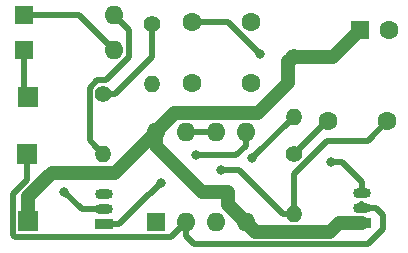
<source format=gbr>
G04 #@! TF.GenerationSoftware,KiCad,Pcbnew,(5.1.9)-1*
G04 #@! TF.CreationDate,2021-05-04T15:06:35+02:00*
G04 #@! TF.ProjectId,ZX81 Composite,5a583831-2043-46f6-9d70-6f736974652e,rev?*
G04 #@! TF.SameCoordinates,Original*
G04 #@! TF.FileFunction,Copper,L1,Top*
G04 #@! TF.FilePolarity,Positive*
%FSLAX46Y46*%
G04 Gerber Fmt 4.6, Leading zero omitted, Abs format (unit mm)*
G04 Created by KiCad (PCBNEW (5.1.9)-1) date 2021-05-04 15:06:35*
%MOMM*%
%LPD*%
G01*
G04 APERTURE LIST*
G04 #@! TA.AperFunction,ComponentPad*
%ADD10O,1.500000X0.900000*%
G04 #@! TD*
G04 #@! TA.AperFunction,ComponentPad*
%ADD11R,1.500000X0.900000*%
G04 #@! TD*
G04 #@! TA.AperFunction,ComponentPad*
%ADD12O,1.600000X1.600000*%
G04 #@! TD*
G04 #@! TA.AperFunction,ComponentPad*
%ADD13R,1.600000X1.600000*%
G04 #@! TD*
G04 #@! TA.AperFunction,ComponentPad*
%ADD14R,1.700000X1.700000*%
G04 #@! TD*
G04 #@! TA.AperFunction,ComponentPad*
%ADD15C,1.600000*%
G04 #@! TD*
G04 #@! TA.AperFunction,ComponentPad*
%ADD16C,1.400000*%
G04 #@! TD*
G04 #@! TA.AperFunction,ComponentPad*
%ADD17O,1.400000X1.400000*%
G04 #@! TD*
G04 #@! TA.AperFunction,ViaPad*
%ADD18C,0.800000*%
G04 #@! TD*
G04 #@! TA.AperFunction,Conductor*
%ADD19C,0.500000*%
G04 #@! TD*
G04 #@! TA.AperFunction,Conductor*
%ADD20C,1.200000*%
G04 #@! TD*
G04 APERTURE END LIST*
D10*
X63220600Y-61290200D03*
X63220600Y-60020200D03*
D11*
X63220600Y-62560200D03*
D12*
X64058800Y-44907200D03*
D13*
X56438800Y-44907200D03*
X56438800Y-47853600D03*
D12*
X64058800Y-47853600D03*
D14*
X56769000Y-62280800D03*
X56692800Y-56667400D03*
X56769000Y-51816000D03*
D11*
X85013800Y-62509400D03*
D10*
X85013800Y-59969400D03*
X85013800Y-61239400D03*
D15*
X87361400Y-46126400D03*
D13*
X84861400Y-46126400D03*
D15*
X75637400Y-45440600D03*
X70637400Y-45440600D03*
X82194400Y-53873400D03*
X87194400Y-53873400D03*
D16*
X79248000Y-48437800D03*
D17*
X79248000Y-53517800D03*
X79324200Y-61696600D03*
D16*
X79324200Y-56616600D03*
X67233800Y-45618400D03*
D17*
X67233800Y-50698400D03*
X63144400Y-56642000D03*
D16*
X63144400Y-51562000D03*
D15*
X75688200Y-50622200D03*
X70688200Y-50622200D03*
D12*
X67564000Y-54787800D03*
X75184000Y-62407800D03*
X70104000Y-54787800D03*
X72644000Y-62407800D03*
X72644000Y-54787800D03*
X70104000Y-62407800D03*
X75184000Y-54787800D03*
D13*
X67564000Y-62407800D03*
D18*
X82397600Y-57327800D03*
X70993000Y-56743600D03*
X75768200Y-56997600D03*
X76428600Y-48133000D03*
X73075800Y-57962800D03*
X59842400Y-59817000D03*
X67995800Y-59131200D03*
D19*
X61994399Y-55491999D02*
X62444401Y-55942001D01*
X61994399Y-51009999D02*
X61994399Y-55491999D01*
X62592399Y-50411999D02*
X61994399Y-51009999D01*
X62444401Y-55942001D02*
X63144400Y-56642000D01*
X63350403Y-50411999D02*
X62592399Y-50411999D01*
X65308801Y-48453601D02*
X63350403Y-50411999D01*
X65308801Y-46157201D02*
X65308801Y-48453601D01*
X64058800Y-44907200D02*
X65308801Y-46157201D01*
X61112400Y-44907200D02*
X64058800Y-47853600D01*
X56438800Y-44907200D02*
X61112400Y-44907200D01*
X56438800Y-51485800D02*
X56769000Y-51816000D01*
X56438800Y-47853600D02*
X56438800Y-51485800D01*
D20*
X56769000Y-60230800D02*
X58783000Y-58216800D01*
X56769000Y-62280800D02*
X56769000Y-60230800D01*
X64135000Y-58216800D02*
X67564000Y-54787800D01*
X58783000Y-58216800D02*
X64135000Y-58216800D01*
X69164001Y-53187799D02*
X76225201Y-53187799D01*
X67564000Y-54787800D02*
X69164001Y-53187799D01*
X76225201Y-53187799D02*
X78765400Y-50647600D01*
X78765400Y-50647600D02*
X78765400Y-48723800D01*
X83063800Y-62509400D02*
X85013800Y-62509400D01*
X82365401Y-63207799D02*
X83063800Y-62509400D01*
X75983999Y-63207799D02*
X82365401Y-63207799D01*
X75184000Y-62407800D02*
X75983999Y-63207799D01*
X73710800Y-60934600D02*
X75184000Y-62407800D01*
X73710800Y-59893200D02*
X73710800Y-60934600D01*
X71538030Y-59893200D02*
X73710800Y-59893200D01*
X67564000Y-54787800D02*
X67564000Y-55919170D01*
X67564000Y-55919170D02*
X71538030Y-59893200D01*
X82550000Y-48437800D02*
X84861400Y-46126400D01*
X79248000Y-48437800D02*
X82550000Y-48437800D01*
D19*
X69304001Y-63207799D02*
X70104000Y-62407800D01*
X68853999Y-63657801D02*
X69304001Y-63207799D01*
X55635999Y-63657801D02*
X68853999Y-63657801D01*
X55468999Y-63490801D02*
X55635999Y-63657801D01*
X55468999Y-60045863D02*
X55468999Y-63490801D01*
X56692800Y-58822062D02*
X55468999Y-60045863D01*
X56692800Y-56667400D02*
X56692800Y-58822062D01*
X85013800Y-61239400D02*
X85013800Y-60909200D01*
X85013800Y-60909200D02*
X84974010Y-60869410D01*
X70822639Y-64257809D02*
X85551391Y-64257809D01*
X70104000Y-62407800D02*
X70104000Y-63539170D01*
X70104000Y-63539170D02*
X70822639Y-64257809D01*
X85551391Y-64257809D02*
X86842600Y-62966600D01*
X86263800Y-61239400D02*
X85013800Y-61239400D01*
X86842600Y-61818200D02*
X86263800Y-61239400D01*
X86842600Y-62966600D02*
X86842600Y-61818200D01*
X67233800Y-46608349D02*
X67233800Y-45618400D01*
X67233800Y-48462549D02*
X67233800Y-46608349D01*
X64134349Y-51562000D02*
X67233800Y-48462549D01*
X63144400Y-51562000D02*
X64134349Y-51562000D01*
X85013800Y-59019400D02*
X83677800Y-57683400D01*
X85013800Y-59969400D02*
X85013800Y-59019400D01*
X83677800Y-57683400D02*
X83322200Y-57327800D01*
X83322200Y-57327800D02*
X82397600Y-57327800D01*
X75184000Y-55919170D02*
X74410370Y-56692800D01*
X75184000Y-54787800D02*
X75184000Y-55919170D01*
X74410370Y-56692800D02*
X71043800Y-56692800D01*
X71043800Y-56692800D02*
X70993000Y-56743600D01*
X70104000Y-54787800D02*
X72644000Y-54787800D01*
X79248000Y-53517800D02*
X75768200Y-56997600D01*
X70637400Y-45440600D02*
X73736200Y-45440600D01*
X73736200Y-45440600D02*
X76428600Y-48133000D01*
X87194400Y-53873400D02*
X85518000Y-55549800D01*
X85518000Y-55549800D02*
X82118200Y-55549800D01*
X79324200Y-58343800D02*
X79324200Y-61696600D01*
X82118200Y-55549800D02*
X79324200Y-58343800D01*
X78334251Y-61696600D02*
X74625851Y-57988200D01*
X79324200Y-61696600D02*
X78334251Y-61696600D01*
X74625851Y-57988200D02*
X73101200Y-57988200D01*
X73101200Y-57988200D02*
X73075800Y-57962800D01*
X82067400Y-53873400D02*
X79324200Y-56616600D01*
X82194400Y-53873400D02*
X82067400Y-53873400D01*
X63220600Y-61290200D02*
X61315600Y-61290200D01*
X61315600Y-61290200D02*
X59842400Y-59817000D01*
X64470600Y-62560200D02*
X67005200Y-60025600D01*
X63220600Y-62560200D02*
X64470600Y-62560200D01*
X67005200Y-60025600D02*
X67101400Y-60025600D01*
X67101400Y-60025600D02*
X67995800Y-59131200D01*
M02*

</source>
